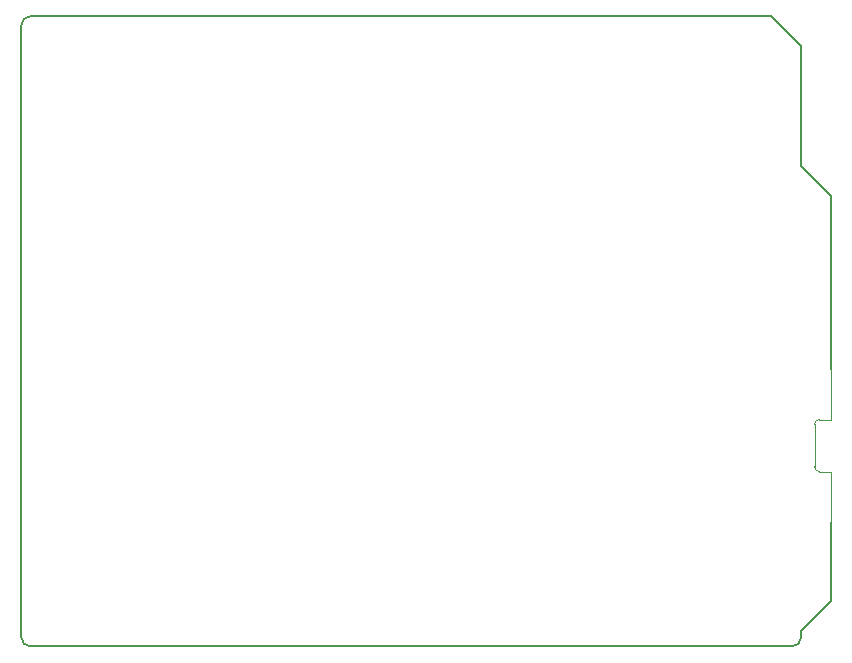
<source format=gbr>
%TF.GenerationSoftware,KiCad,Pcbnew,8.0.7*%
%TF.CreationDate,2025-09-11T21:50:55+01:00*%
%TF.ProjectId,ArduinoSP0256AAL2,41726475-696e-46f5-9350-303235364141,rev?*%
%TF.SameCoordinates,Original*%
%TF.FileFunction,Profile,NP*%
%FSLAX46Y46*%
G04 Gerber Fmt 4.6, Leading zero omitted, Abs format (unit mm)*
G04 Created by KiCad (PCBNEW 8.0.7) date 2025-09-11 21:50:55*
%MOMM*%
%LPD*%
G01*
G04 APERTURE LIST*
%TA.AperFunction,Profile*%
%ADD10C,0.150000*%
%TD*%
%TA.AperFunction,Profile*%
%ADD11C,0.120000*%
%TD*%
G04 APERTURE END LIST*
D10*
X166040000Y-59360000D02*
X168580000Y-61900000D01*
X100000000Y-99238000D02*
X100000000Y-47422000D01*
X168580000Y-61900000D02*
X168575000Y-76500000D01*
X165278000Y-100000000D02*
X100762000Y-100000000D01*
X100762000Y-46660000D02*
X163500000Y-46660000D01*
X100762000Y-100000000D02*
G75*
G02*
X100000000Y-99238000I0J762000D01*
G01*
X168580000Y-96190000D02*
X166040000Y-98730000D01*
X163500000Y-46660000D02*
X166040000Y-49200000D01*
X168575000Y-89500000D02*
X168580000Y-96190000D01*
X166040000Y-99238000D02*
G75*
G02*
X165278000Y-100000000I-762000J0D01*
G01*
X166040000Y-49200000D02*
X166040000Y-59360000D01*
X166040000Y-98730000D02*
X166040000Y-99238000D01*
X100000000Y-47422000D02*
G75*
G02*
X100762000Y-46660000I762000J0D01*
G01*
D11*
%TO.C,J5*%
X167175000Y-81200000D02*
X167175000Y-84800000D01*
X167575000Y-80800000D02*
X168575000Y-80800000D01*
X167575000Y-85200000D02*
X168575000Y-85200000D01*
X168575000Y-80800000D02*
X168575000Y-76500000D01*
X168575000Y-85200000D02*
X168575000Y-89500000D01*
X167175000Y-81200000D02*
G75*
G02*
X167575000Y-80800000I400000J0D01*
G01*
X167575000Y-85200000D02*
G75*
G02*
X167175000Y-84800000I2J400002D01*
G01*
%TD*%
M02*

</source>
